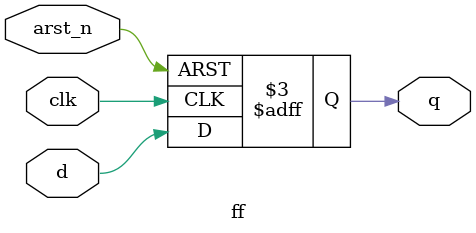
<source format=sv>
module ff #(parameter WIDTH = 1)(
  input logic clk,
  input logic arst_n,
  input logic [WIDTH-1:0] d,
  output logic [WIDTH-1:0] q
);

  always_ff @(posedge clk or negedge arst_n)
    if(!arst_n)
      q <= {WIDTH{1'b0}};
    else 
      q <= d;

endmodule
</source>
